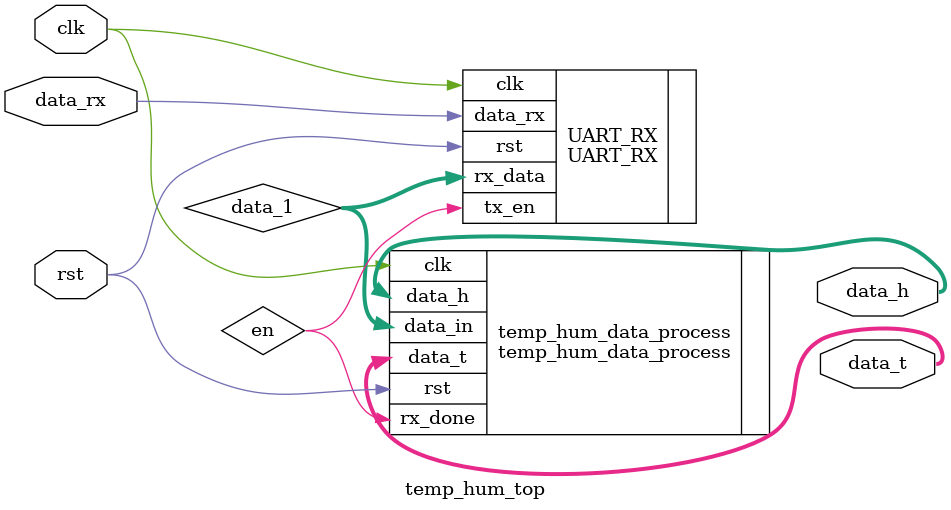
<source format=v>
`timescale 1ns / 1ps
module temp_hum_top(
	input clk,
	input rst,
	input data_rx,
	output [39:0] data_t,    //温度     ASCII码
	output [39:0] data_h     //湿度     ASCII码
   );
	
	wire en;
	wire [7:0] data_1;


	
	UART_RX UART_RX(
	.clk(clk),
	.rst(rst),
	.data_rx(data_rx),
	.tx_en(en),
	.rx_data(data_1)
    );
	
	
	temp_hum_data_process temp_hum_data_process(
	.clk(clk),
	.rst(rst),
	.data_in(data_1),
	.rx_done(en),
	.data_t(data_t),
	.data_h(data_h)
    );
	
	
	
	//seg_show seg_show(
	//.clk(clk),
	//.rst(rst),
	//.data_in_1(data_t[39:32]),
	//.data_in_2(data_t[31:24]),
	//.data_in_3(),
	//.data_in_4(data_t[15:8]),
	//.data_in_5(data_t[7:0]),
	//.data_in_6(),
	//
	//.seg_select(seg_select),
	//.seg_data_out(seg_data_out)
    //);
	

	

endmodule

</source>
